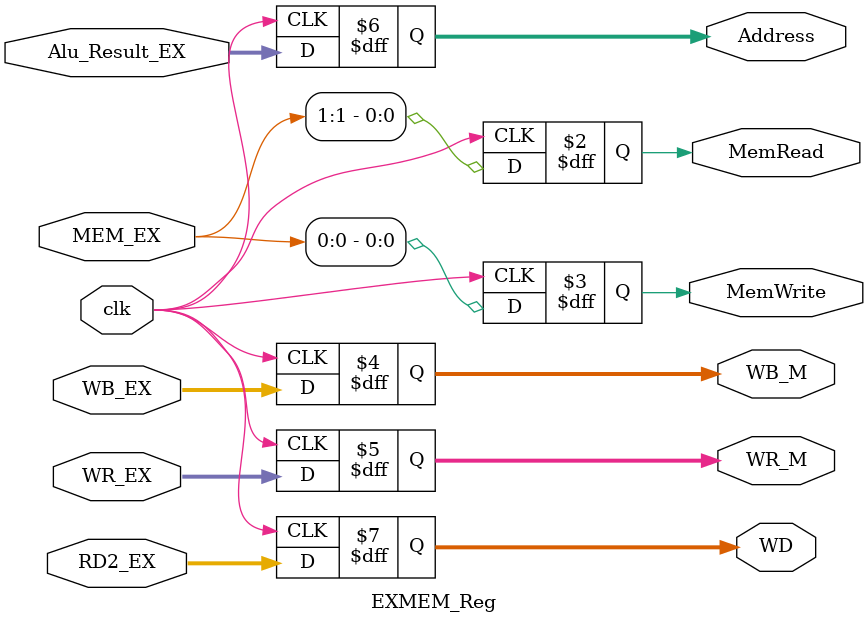
<source format=v>
module EXMEM_Reg (WB_EX , MEM_EX , Alu_Result_EX , RD2_EX ,WR_EX, clk , WB_M , MemRead , MemWrite , Address ,WD , WR_M );

input  clk ;
input [1:0] WB_EX , MEM_EX ;
input [4:0] WR_EX;
input [31:0] Alu_Result_EX , RD2_EX ;

output reg MemRead , MemWrite;
output reg [1:0] WB_M;
output reg [4:0] WR_M;
output reg [31:0] Address ,WD;

always @ (posedge clk)
begin 

MemRead <= MEM_EX[1] ;
MemWrite <= MEM_EX[0] ;
WB_M <= WB_EX ;
WR_M <= WR_EX ;
Address <= Alu_Result_EX ;
WD <= RD2_EX ;

end
endmodule

</source>
